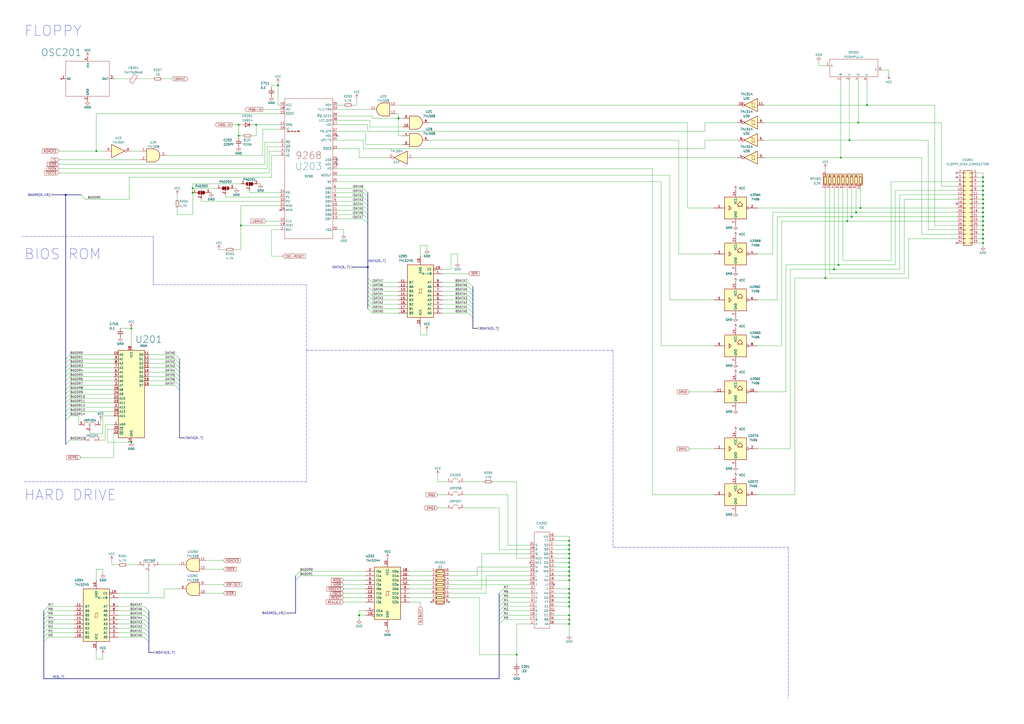
<source format=kicad_sch>
(kicad_sch (version 20231120) (generator "eeschema") (generator_version "8.0")
  (paper "A2")
  (title_block (title "Commodore PC10/CA") (rev "C") (comment 1 "312626") (comment 2 "FDD HDD BIOS"))
  (junction (at 231.14 68.58))
  (junction (at 330.2 313.69))
  (junction (at 330.2 323.85))
  (junction (at 486.41 153.67))
  (junction (at 492.76 81.28))
  (junction (at 570.23 107.95))
  (junction (at 330.2 316.23))
  (junction (at 208.28 356.87))
  (junction (at 299.72 379.73))
  (junction (at 502.92 60.96))
  (junction (at 494.03 125.73))
  (junction (at 570.23 110.49))
  (junction (at 55.88 87.63))
  (junction (at 570.23 135.89))
  (junction (at 330.2 359.41))
  (junction (at 330.2 344.17))
  (junction (at 148.59 72.39))
  (junction (at 499.11 120.65))
  (junction (at 138.43 72.39))
  (junction (at 330.2 326.39))
  (junction (at 330.2 349.25))
  (junction (at 570.23 123.19))
  (junction (at 496.57 123.19))
  (junction (at 570.23 120.65))
  (junction (at 570.23 102.87))
  (junction (at 111.76 109.22))
  (junction (at 570.23 138.43))
  (junction (at 330.2 318.77))
  (junction (at 330.2 321.31))
  (junction (at 570.23 130.81))
  (junction (at 213.36 154.94))
  (junction (at 330.2 351.79))
  (junction (at 570.23 115.57))
  (junction (at 330.2 334.01))
  (junction (at 330.2 336.55))
  (junction (at 161.29 49.53))
  (junction (at 330.2 331.47))
  (junction (at 111.76 111.76))
  (junction (at 570.23 140.97))
  (junction (at 570.23 133.35))
  (junction (at 497.84 71.12))
  (junction (at 330.2 346.71))
  (junction (at 570.23 105.41))
  (junction (at 76.2 256.54))
  (junction (at 330.2 361.95))
  (junction (at 330.2 341.63))
  (junction (at 330.2 356.87))
  (junction (at 491.49 128.27))
  (junction (at 139.7 130.81))
  (junction (at 570.23 113.03))
  (junction (at 478.79 161.29))
  (junction (at 487.68 91.44))
  (junction (at 483.87 156.21))
  (junction (at 570.23 118.11))
  (junction (at 330.2 328.93))
  (junction (at 38.1 113.03))
  (junction (at 570.23 125.73))
  (junction (at 138.43 78.74))
  (junction (at 570.23 128.27))
  (junction (at 76.2 190.5))
  (no_connect (at 195.58 78.74))
  (no_connect (at 554.99 140.97))
  (no_connect (at 321.31 339.09))
  (no_connect (at 260.35 349.25))
  (no_connect (at 162.56 121.92))
  (no_connect (at 554.99 102.87))
  (no_connect (at 195.58 95.25))
  (no_connect (at 195.58 92.71))
  (no_connect (at 250.19 349.25))
  (no_connect (at 554.99 118.11))
  (no_connect (at 554.99 100.33))
  (bus_entry (at 83.82 361.95) (size 2.54 2.54))
  (bus_entry (at 292.1 346.71) (size -2.54 2.54))
  (bus_entry (at 83.82 359.41) (size 2.54 2.54))
  (bus_entry (at 210.82 127) (size 2.54 2.54))
  (bus_entry (at 215.9 179.07) (size -2.54 -2.54))
  (bus_entry (at 271.78 163.83) (size 2.54 2.54))
  (bus_entry (at 215.9 163.83) (size -2.54 -2.54))
  (bus_entry (at 83.82 354.33) (size 2.54 2.54))
  (bus_entry (at 83.82 369.57) (size 2.54 2.54))
  (bus_entry (at 38.1 223.52) (size 2.54 -2.54))
  (bus_entry (at 27.94 364.49) (size -2.54 2.54))
  (bus_entry (at 38.1 226.06) (size 2.54 -2.54))
  (bus_entry (at 292.1 341.63) (size -2.54 2.54))
  (bus_entry (at 38.1 210.82) (size 2.54 -2.54))
  (bus_entry (at 101.6 210.82) (size 2.54 2.54))
  (bus_entry (at 173.99 331.47) (size -2.54 2.54))
  (bus_entry (at 38.1 243.84) (size 2.54 -2.54))
  (bus_entry (at 292.1 344.17) (size -2.54 2.54))
  (bus_entry (at 27.94 351.79) (size -2.54 2.54))
  (bus_entry (at 27.94 354.33) (size -2.54 2.54))
  (bus_entry (at 101.6 215.9) (size 2.54 2.54))
  (bus_entry (at 101.6 218.44) (size 2.54 2.54))
  (bus_entry (at 173.99 334.01) (size -2.54 2.54))
  (bus_entry (at 38.1 238.76) (size 2.54 -2.54))
  (bus_entry (at 101.6 208.28) (size 2.54 2.54))
  (bus_entry (at 210.82 109.22) (size 2.54 2.54))
  (bus_entry (at 83.82 364.49) (size 2.54 2.54))
  (bus_entry (at 215.9 181.61) (size -2.54 -2.54))
  (bus_entry (at 27.94 359.41) (size -2.54 2.54))
  (bus_entry (at 27.94 356.87) (size -2.54 2.54))
  (bus_entry (at 83.82 356.87) (size 2.54 2.54))
  (bus_entry (at 27.94 367.03) (size -2.54 2.54))
  (bus_entry (at 271.78 171.45) (size 2.54 2.54))
  (bus_entry (at 38.1 215.9) (size 2.54 -2.54))
  (bus_entry (at 27.94 369.57) (size -2.54 2.54))
  (bus_entry (at 292.1 349.25) (size -2.54 2.54))
  (bus_entry (at 46.99 113.03) (size 2.54 2.54))
  (bus_entry (at 292.1 351.79) (size -2.54 2.54))
  (bus_entry (at 38.1 231.14) (size 2.54 -2.54))
  (bus_entry (at 101.6 223.52) (size 2.54 2.54))
  (bus_entry (at 292.1 354.33) (size -2.54 2.54))
  (bus_entry (at 38.1 208.28) (size 2.54 -2.54))
  (bus_entry (at 210.82 119.38) (size 2.54 2.54))
  (bus_entry (at 210.82 124.46) (size 2.54 2.54))
  (bus_entry (at 38.1 218.44) (size 2.54 -2.54))
  (bus_entry (at 292.1 356.87) (size -2.54 2.54))
  (bus_entry (at 101.6 220.98) (size 2.54 2.54))
  (bus_entry (at 83.82 351.79) (size 2.54 2.54))
  (bus_entry (at 38.1 241.3) (size 2.54 -2.54))
  (bus_entry (at 210.82 114.3) (size 2.54 2.54))
  (bus_entry (at 215.9 176.53) (size -2.54 -2.54))
  (bus_entry (at 271.78 173.99) (size 2.54 2.54))
  (bus_entry (at 210.82 116.84) (size 2.54 2.54))
  (bus_entry (at 38.1 228.6) (size 2.54 -2.54))
  (bus_entry (at 210.82 111.76) (size 2.54 2.54))
  (bus_entry (at 215.9 171.45) (size -2.54 -2.54))
  (bus_entry (at 38.1 233.68) (size 2.54 -2.54))
  (bus_entry (at 292.1 359.41) (size -2.54 2.54))
  (bus_entry (at 38.1 213.36) (size 2.54 -2.54))
  (bus_entry (at 38.1 257.81) (size 2.54 -2.54))
  (bus_entry (at 27.94 361.95) (size -2.54 2.54))
  (bus_entry (at 271.78 179.07) (size 2.54 2.54))
  (bus_entry (at 271.78 176.53) (size 2.54 2.54))
  (bus_entry (at 271.78 181.61) (size 2.54 2.54))
  (bus_entry (at 38.1 236.22) (size 2.54 -2.54))
  (bus_entry (at 101.6 213.36) (size 2.54 2.54))
  (bus_entry (at 271.78 168.91) (size 2.54 2.54))
  (bus_entry (at 215.9 168.91) (size -2.54 -2.54))
  (bus_entry (at 101.6 205.74) (size 2.54 2.54))
  (bus_entry (at 83.82 367.03) (size 2.54 2.54))
  (bus_entry (at 210.82 121.92) (size 2.54 2.54))
  (bus_entry (at 215.9 173.99) (size -2.54 -2.54))
  (bus_entry (at 271.78 166.37) (size 2.54 2.54))
  (bus_entry (at 38.1 220.98) (size 2.54 -2.54))
  (bus_entry (at 215.9 166.37) (size -2.54 -2.54))
  (wire (pts (xy 519.43 110.49) (xy 554.99 110.49)))
  (bus (pts (xy 86.36 364.49) (xy 86.36 367.03)))
  (wire (pts (xy 278.13 346.71) (xy 278.13 379.73)))
  (wire (pts (xy 68.58 361.95) (xy 83.82 361.95)))
  (wire (pts (xy 58.42 243.84) (xy 58.42 246.38)))
  (wire (pts (xy 443.23 71.12) (xy 497.84 71.12)))
  (wire (pts (xy 231.14 179.07) (xy 215.9 179.07)))
  (wire (pts (xy 398.78 120.65) (xy 398.78 71.12)))
  (wire (pts (xy 516.89 151.13) (xy 516.89 105.41)))
  (wire (pts (xy 213.36 76.2) (xy 408.94 76.2)))
  (wire (pts (xy 330.2 359.41) (xy 330.2 361.95)))
  (wire (pts (xy 62.23 256.54) (xy 62.23 248.92)))
  (wire (pts (xy 492.76 81.28) (xy 538.48 81.28)))
  (wire (pts (xy 254 275.59) (xy 254 279.4)))
  (wire (pts (xy 76.2 87.63) (xy 81.28 87.63)))
  (wire (pts (xy 86.36 218.44) (xy 101.6 218.44)))
  (wire (pts (xy 254 287.02) (xy 259.08 287.02)))
  (bus (pts (xy 274.32 176.53) (xy 274.32 179.07)))
  (wire (pts (xy 139.7 119.38) (xy 139.7 130.81)))
  (wire (pts (xy 439.42 173.99) (xy 450.85 173.99)))
  (wire (pts (xy 542.29 60.96) (xy 542.29 130.81)))
  (wire (pts (xy 111.76 124.46) (xy 102.87 124.46)))
  (wire (pts (xy 330.2 311.15) (xy 330.2 313.69)))
  (wire (pts (xy 260.35 344.17) (xy 281.94 344.17)))
  (wire (pts (xy 40.64 231.14) (xy 66.04 231.14)))
  (wire (pts (xy 111.76 111.76) (xy 111.76 124.46)))
  (wire (pts (xy 256.54 179.07) (xy 271.78 179.07)))
  (wire (pts (xy 524.51 158.75) (xy 524.51 115.57)))
  (wire (pts (xy 195.58 116.84) (xy 210.82 116.84)))
  (wire (pts (xy 414.02 200.66) (xy 383.54 200.66)))
  (wire (pts (xy 330.2 351.79) (xy 330.2 356.87)))
  (wire (pts (xy 66.04 246.38) (xy 60.96 246.38)))
  (wire (pts (xy 162.56 82.55) (xy 153.67 82.55)))
  (bus (pts (xy 213.36 163.83) (xy 213.36 161.29)))
  (wire (pts (xy 567.69 133.35) (xy 570.23 133.35)))
  (wire (pts (xy 307.34 323.85) (xy 299.72 323.85)))
  (bus (pts (xy 38.1 231.14) (xy 38.1 233.68)))
  (wire (pts (xy 567.69 130.81) (xy 570.23 130.81)))
  (wire (pts (xy 40.64 233.68) (xy 66.04 233.68)))
  (wire (pts (xy 231.14 78.74) (xy 233.68 78.74)))
  (wire (pts (xy 481.33 109.22) (xy 481.33 158.75)))
  (wire (pts (xy 439.42 200.66) (xy 453.39 200.66)))
  (wire (pts (xy 307.34 349.25) (xy 292.1 349.25)))
  (wire (pts (xy 130.81 113.03) (xy 130.81 114.3)))
  (wire (pts (xy 567.69 102.87) (xy 570.23 102.87)))
  (wire (pts (xy 458.47 156.21) (xy 458.47 260.35)))
  (wire (pts (xy 461.01 161.29) (xy 478.79 161.29)))
  (bus (pts (xy 213.36 119.38) (xy 213.36 121.92)))
  (wire (pts (xy 68.58 364.49) (xy 83.82 364.49)))
  (wire (pts (xy 388.62 173.99) (xy 388.62 101.6)))
  (wire (pts (xy 516.89 105.41) (xy 554.99 105.41)))
  (wire (pts (xy 307.34 316.23) (xy 294.64 316.23)))
  (wire (pts (xy 483.87 156.21) (xy 521.97 156.21)))
  (wire (pts (xy 383.54 105.41) (xy 195.58 105.41)))
  (wire (pts (xy 321.31 351.79) (xy 330.2 351.79)))
  (wire (pts (xy 260.35 346.71) (xy 278.13 346.71)))
  (wire (pts (xy 570.23 113.03) (xy 570.23 110.49)))
  (wire (pts (xy 111.76 109.22) (xy 111.76 111.76)))
  (wire (pts (xy 276.86 328.93) (xy 276.86 334.01)))
  (wire (pts (xy 195.58 114.3) (xy 210.82 114.3)))
  (wire (pts (xy 213.36 72.39) (xy 213.36 76.2)))
  (wire (pts (xy 139.7 130.81) (xy 139.7 144.78)))
  (wire (pts (xy 285.75 279.4) (xy 299.72 279.4)))
  (wire (pts (xy 307.34 346.71) (xy 292.1 346.71)))
  (wire (pts (xy 231.14 173.99) (xy 215.9 173.99)))
  (wire (pts (xy 567.69 138.43) (xy 570.23 138.43)))
  (wire (pts (xy 195.58 121.92) (xy 210.82 121.92)))
  (wire (pts (xy 92.71 327.66) (xy 104.14 327.66)))
  (bus (pts (xy 104.14 226.06) (xy 104.14 254)))
  (bus (pts (xy 274.32 181.61) (xy 274.32 184.15)))
  (bus (pts (xy 104.14 215.9) (xy 104.14 218.44)))
  (polyline (pts (xy 12.7 137.16) (xy 88.9 137.16)) (stroke (width 0) (type dash)))
  (wire (pts (xy 162.56 133.35) (xy 157.48 133.35)))
  (wire (pts (xy 86.36 344.17) (xy 86.36 331.47)))
  (wire (pts (xy 570.23 113.03) (xy 570.23 115.57)))
  (wire (pts (xy 247.65 191.77) (xy 247.65 194.31)))
  (wire (pts (xy 488.95 151.13) (xy 516.89 151.13)))
  (wire (pts (xy 134.62 72.39) (xy 138.43 72.39)))
  (wire (pts (xy 570.23 125.73) (xy 570.23 123.19)))
  (wire (pts (xy 281.94 334.01) (xy 307.34 334.01)))
  (wire (pts (xy 567.69 115.57) (xy 570.23 115.57)))
  (bus (pts (xy 38.1 215.9) (xy 38.1 218.44)))
  (bus (pts (xy 289.56 349.25) (xy 289.56 351.79)))
  (wire (pts (xy 567.69 120.65) (xy 570.23 120.65)))
  (wire (pts (xy 502.92 46.99) (xy 502.92 60.96)))
  (bus (pts (xy 213.36 171.45) (xy 213.36 168.91)))
  (wire (pts (xy 256.54 168.91) (xy 271.78 168.91)))
  (wire (pts (xy 43.18 356.87) (xy 27.94 356.87)))
  (wire (pts (xy 383.54 200.66) (xy 383.54 105.41)))
  (wire (pts (xy 321.31 356.87) (xy 330.2 356.87)))
  (wire (pts (xy 40.64 236.22) (xy 66.04 236.22)))
  (wire (pts (xy 496.57 109.22) (xy 496.57 123.19)))
  (wire (pts (xy 68.58 367.03) (xy 83.82 367.03)))
  (wire (pts (xy 247.65 144.78) (xy 247.65 142.24)))
  (wire (pts (xy 393.7 81.28) (xy 393.7 147.32)))
  (wire (pts (xy 231.14 68.58) (xy 215.9 68.58)))
  (wire (pts (xy 450.85 173.99) (xy 450.85 125.73)))
  (polyline (pts (xy 457.2 317.5) (xy 457.2 405.13)) (stroke (width 0) (type dash)))
  (wire (pts (xy 68.58 344.17) (xy 86.36 344.17)))
  (bus (pts (xy 25.4 369.57) (xy 25.4 372.11)))
  (bus (pts (xy 213.36 173.99) (xy 213.36 171.45)))
  (wire (pts (xy 299.72 323.85) (xy 299.72 279.4)))
  (bus (pts (xy 213.36 129.54) (xy 213.36 154.94)))
  (bus (pts (xy 86.36 367.03) (xy 86.36 369.57)))
  (wire (pts (xy 154.94 85.09) (xy 162.56 85.09)))
  (wire (pts (xy 95.25 341.63) (xy 104.14 341.63)))
  (wire (pts (xy 86.36 208.28) (xy 101.6 208.28)))
  (wire (pts (xy 208.28 354.33) (xy 208.28 356.87)))
  (bus (pts (xy 38.1 113.03) (xy 38.1 208.28)))
  (wire (pts (xy 46.99 265.43) (xy 66.04 265.43)))
  (wire (pts (xy 81.28 45.72) (xy 88.9 45.72)))
  (wire (pts (xy 299.72 361.95) (xy 307.34 361.95)))
  (bus (pts (xy 25.4 372.11) (xy 25.4 393.7)))
  (wire (pts (xy 570.23 102.87) (xy 570.23 100.33)))
  (wire (pts (xy 511.81 40.64) (xy 515.62 40.64)))
  (wire (pts (xy 260.35 336.55) (xy 307.34 336.55)))
  (wire (pts (xy 55.88 66.04) (xy 55.88 87.63)))
  (wire (pts (xy 212.09 83.82) (xy 212.09 76.2)))
  (wire (pts (xy 567.69 113.03) (xy 570.23 113.03)))
  (wire (pts (xy 195.58 81.28) (xy 210.82 81.28)))
  (bus (pts (xy 86.36 354.33) (xy 86.36 356.87)))
  (wire (pts (xy 69.85 190.5) (xy 76.2 190.5)))
  (bus (pts (xy 25.4 354.33) (xy 25.4 356.87)))
  (wire (pts (xy 199.39 135.89) (xy 199.39 133.35)))
  (wire (pts (xy 161.29 49.53) (xy 157.48 49.53)))
  (wire (pts (xy 34.29 100.33) (xy 156.21 100.33)))
  (wire (pts (xy 76.2 256.54) (xy 62.23 256.54)))
  (wire (pts (xy 199.39 344.17) (xy 212.09 344.17)))
  (wire (pts (xy 157.48 90.17) (xy 157.48 102.87)))
  (wire (pts (xy 261.62 147.32) (xy 261.62 156.21)))
  (wire (pts (xy 567.69 128.27) (xy 570.23 128.27)))
  (wire (pts (xy 259.08 279.4) (xy 254 279.4)))
  (wire (pts (xy 162.56 90.17) (xy 157.48 90.17)))
  (wire (pts (xy 439.42 287.02) (xy 461.01 287.02)))
  (wire (pts (xy 231.14 171.45) (xy 215.9 171.45)))
  (wire (pts (xy 570.23 138.43) (xy 570.23 135.89)))
  (wire (pts (xy 207.01 57.15) (xy 207.01 60.96)))
  (wire (pts (xy 256.54 166.37) (xy 271.78 166.37)))
  (wire (pts (xy 43.18 351.79) (xy 27.94 351.79)))
  (bus (pts (xy 25.4 361.95) (xy 25.4 364.49)))
  (wire (pts (xy 68.58 354.33) (xy 83.82 354.33)))
  (wire (pts (xy 330.2 361.95) (xy 330.2 368.3)))
  (wire (pts (xy 237.49 336.55) (xy 250.19 336.55)))
  (wire (pts (xy 40.64 208.28) (xy 66.04 208.28)))
  (wire (pts (xy 453.39 128.27) (xy 491.49 128.27)))
  (wire (pts (xy 330.2 328.93) (xy 330.2 331.47)))
  (wire (pts (xy 195.58 119.38) (xy 210.82 119.38)))
  (wire (pts (xy 247.65 142.24) (xy 243.84 142.24)))
  (wire (pts (xy 135.89 109.22) (xy 137.16 109.22)))
  (wire (pts (xy 491.49 109.22) (xy 491.49 128.27)))
  (wire (pts (xy 119.38 344.17) (xy 129.54 344.17)))
  (wire (pts (xy 148.59 78.74) (xy 148.59 72.39)))
  (wire (pts (xy 388.62 101.6) (xy 195.58 101.6)))
  (wire (pts (xy 162.56 87.63) (xy 156.21 87.63)))
  (wire (pts (xy 488.95 109.22) (xy 488.95 151.13)))
  (wire (pts (xy 55.88 87.63) (xy 60.96 87.63)))
  (bus (pts (xy 30.48 113.03) (xy 38.1 113.03)))
  (bus (pts (xy 25.4 367.03) (xy 25.4 369.57)))
  (wire (pts (xy 40.64 215.9) (xy 66.04 215.9)))
  (wire (pts (xy 119.38 339.09) (xy 129.54 339.09)))
  (bus (pts (xy 38.1 226.06) (xy 38.1 228.6)))
  (wire (pts (xy 527.05 161.29) (xy 527.05 138.43)))
  (wire (pts (xy 458.47 260.35) (xy 439.42 260.35)))
  (wire (pts (xy 86.36 223.52) (xy 101.6 223.52)))
  (bus (pts (xy 213.36 179.07) (xy 213.36 176.53)))
  (polyline (pts (xy 88.9 165.1) (xy 177.8 165.1)) (stroke (width 0) (type dash)))
  (wire (pts (xy 173.99 334.01) (xy 212.09 334.01)))
  (wire (pts (xy 567.69 135.89) (xy 570.23 135.89)))
  (wire (pts (xy 570.23 133.35) (xy 570.23 130.81)))
  (polyline (pts (xy 13.97 279.4) (xy 177.8 279.4)) (stroke (width 0) (type dash)))
  (wire (pts (xy 86.36 215.9) (xy 101.6 215.9)))
  (wire (pts (xy 214.63 69.85) (xy 195.58 69.85)))
  (wire (pts (xy 299.72 379.73) (xy 299.72 384.81)))
  (wire (pts (xy 260.35 339.09) (xy 307.34 339.09)))
  (bus (pts (xy 274.32 190.5) (xy 276.86 190.5)))
  (wire (pts (xy 570.23 120.65) (xy 570.23 118.11)))
  (bus (pts (xy 104.14 210.82) (xy 104.14 213.36)))
  (wire (pts (xy 439.42 120.65) (xy 499.11 120.65)))
  (bus (pts (xy 104.14 254) (xy 106.68 254)))
  (wire (pts (xy 43.18 359.41) (xy 27.94 359.41)))
  (bus (pts (xy 86.36 356.87) (xy 86.36 359.41)))
  (wire (pts (xy 116.84 116.84) (xy 162.56 116.84)))
  (wire (pts (xy 231.14 66.04) (xy 231.14 68.58)))
  (bus (pts (xy 213.36 111.76) (xy 213.36 114.3)))
  (bus (pts (xy 274.32 166.37) (xy 274.32 168.91)))
  (bus (pts (xy 213.36 114.3) (xy 213.36 116.84)))
  (wire (pts (xy 321.31 316.23) (xy 330.2 316.23)))
  (wire (pts (xy 146.05 78.74) (xy 148.59 78.74)))
  (wire (pts (xy 299.72 379.73) (xy 299.72 361.95)))
  (wire (pts (xy 60.96 246.38) (xy 60.96 255.27)))
  (wire (pts (xy 195.58 127) (xy 210.82 127)))
  (wire (pts (xy 307.34 344.17) (xy 292.1 344.17)))
  (wire (pts (xy 321.31 344.17) (xy 330.2 344.17)))
  (wire (pts (xy 570.23 130.81) (xy 570.23 128.27)))
  (wire (pts (xy 40.64 205.74) (xy 66.04 205.74)))
  (wire (pts (xy 59.69 330.2) (xy 55.88 330.2)))
  (wire (pts (xy 199.39 341.63) (xy 212.09 341.63)))
  (wire (pts (xy 321.31 313.69) (xy 330.2 313.69)))
  (wire (pts (xy 199.39 336.55) (xy 212.09 336.55)))
  (wire (pts (xy 567.69 118.11) (xy 570.23 118.11)))
  (wire (pts (xy 237.49 339.09) (xy 250.19 339.09)))
  (wire (pts (xy 76.2 190.5) (xy 76.2 200.66)))
  (wire (pts (xy 478.79 161.29) (xy 527.05 161.29)))
  (wire (pts (xy 534.67 135.89) (xy 554.99 135.89)))
  (wire (pts (xy 231.14 163.83) (xy 215.9 163.83)))
  (wire (pts (xy 491.49 128.27) (xy 554.99 128.27)))
  (wire (pts (xy 478.79 109.22) (xy 478.79 161.29)))
  (bus (pts (xy 213.36 124.46) (xy 213.36 127)))
  (wire (pts (xy 111.76 109.22) (xy 125.73 109.22)))
  (wire (pts (xy 68.58 351.79) (xy 83.82 351.79)))
  (bus (pts (xy 213.36 127) (xy 213.36 129.54)))
  (wire (pts (xy 321.31 359.41) (xy 330.2 359.41)))
  (wire (pts (xy 34.29 97.79) (xy 154.94 97.79)))
  (wire (pts (xy 567.69 140.97) (xy 570.23 140.97)))
  (wire (pts (xy 455.93 153.67) (xy 455.93 227.33)))
  (wire (pts (xy 307.34 354.33) (xy 292.1 354.33)))
  (wire (pts (xy 502.92 60.96) (xy 542.29 60.96)))
  (wire (pts (xy 127 144.78) (xy 130.81 144.78)))
  (wire (pts (xy 570.23 102.87) (xy 570.23 105.41)))
  (wire (pts (xy 86.36 210.82) (xy 101.6 210.82)))
  (wire (pts (xy 214.63 73.66) (xy 214.63 69.85)))
  (wire (pts (xy 279.4 321.31) (xy 307.34 321.31)))
  (wire (pts (xy 321.31 326.39) (xy 330.2 326.39)))
  (wire (pts (xy 534.67 91.44) (xy 534.67 135.89)))
  (wire (pts (xy 256.54 171.45) (xy 271.78 171.45)))
  (wire (pts (xy 414.02 287.02) (xy 378.46 287.02)))
  (wire (pts (xy 212.09 76.2) (xy 195.58 76.2)))
  (wire (pts (xy 140.97 78.74) (xy 138.43 78.74)))
  (wire (pts (xy 40.64 220.98) (xy 66.04 220.98)))
  (wire (pts (xy 102.87 113.03) (xy 102.87 115.57)))
  (wire (pts (xy 135.89 144.78) (xy 139.7 144.78)))
  (wire (pts (xy 408.94 86.36) (xy 408.94 81.28)))
  (wire (pts (xy 204.47 60.96) (xy 207.01 60.96)))
  (wire (pts (xy 233.68 73.66) (xy 214.63 73.66)))
  (wire (pts (xy 62.23 248.92) (xy 66.04 248.92)))
  (wire (pts (xy 330.2 331.47) (xy 330.2 334.01)))
  (wire (pts (xy 496.57 123.19) (xy 554.99 123.19)))
  (wire (pts (xy 455.93 153.67) (xy 486.41 153.67)))
  (wire (pts (xy 233.68 68.58) (xy 231.14 68.58)))
  (bus (pts (xy 38.1 233.68) (xy 38.1 236.22)))
  (wire (pts (xy 330.2 344.17) (xy 330.2 346.71)))
  (wire (pts (xy 448.31 147.32) (xy 448.31 123.19)))
  (bus (pts (xy 274.32 168.91) (xy 274.32 171.45)))
  (wire (pts (xy 256.54 163.83) (xy 271.78 163.83)))
  (wire (pts (xy 52.07 251.46) (xy 59.69 251.46)))
  (wire (pts (xy 307.34 328.93) (xy 276.86 328.93)))
  (wire (pts (xy 567.69 125.73) (xy 570.23 125.73)))
  (bus (pts (xy 289.56 344.17) (xy 289.56 346.71)))
  (wire (pts (xy 157.48 102.87) (xy 74.93 102.87)))
  (wire (pts (xy 139.7 130.81) (xy 162.56 130.81)))
  (wire (pts (xy 570.23 107.95) (xy 570.23 105.41)))
  (wire (pts (xy 330.2 323.85) (xy 330.2 326.39)))
  (wire (pts (xy 68.58 359.41) (xy 83.82 359.41)))
  (bus (pts (xy 38.1 223.52) (xy 38.1 226.06)))
  (bus (pts (xy 213.36 168.91) (xy 213.36 166.37)))
  (wire (pts (xy 233.68 83.82) (xy 212.09 83.82)))
  (bus (pts (xy 289.56 354.33) (xy 289.56 356.87)))
  (bus (pts (xy 171.45 334.01) (xy 171.45 336.55)))
  (wire (pts (xy 567.69 123.19) (xy 570.23 123.19)))
  (wire (pts (xy 321.31 361.95) (xy 330.2 361.95)))
  (wire (pts (xy 231.14 168.91) (xy 215.9 168.91)))
  (wire (pts (xy 208.28 356.87) (xy 212.09 356.87)))
  (bus (pts (xy 289.56 346.71) (xy 289.56 349.25)))
  (wire (pts (xy 494.03 109.22) (xy 494.03 125.73)))
  (wire (pts (xy 116.84 116.84) (xy 116.84 115.57)))
  (bus (pts (xy 274.32 171.45) (xy 274.32 173.99)))
  (wire (pts (xy 154.305 128.27) (xy 162.56 128.27)))
  (bus (pts (xy 171.45 336.55) (xy 171.45 355.6)))
  (wire (pts (xy 210.82 86.36) (xy 408.94 86.36)))
  (wire (pts (xy 161.29 49.53) (xy 161.29 60.96)))
  (wire (pts (xy 321.31 323.85) (xy 330.2 323.85)))
  (polyline (pts (xy 355.6 317.5) (xy 457.2 317.5)) (stroke (width 0) (type dash)))
  (wire (pts (xy 157.48 148.59) (xy 163.83 148.59)))
  (wire (pts (xy 119.38 330.2) (xy 129.54 330.2)))
  (wire (pts (xy 195.58 72.39) (xy 213.36 72.39)))
  (wire (pts (xy 138.43 72.39) (xy 139.7 72.39)))
  (wire (pts (xy 567.69 105.41) (xy 570.23 105.41)))
  (wire (pts (xy 271.78 158.75) (xy 256.54 158.75)))
  (wire (pts (xy 243.84 142.24) (xy 243.84 148.59)))
  (bus (pts (xy 38.1 228.6) (xy 38.1 231.14)))
  (polyline (pts (xy 177.8 203.2) (xy 355.6 203.2)) (stroke (width 0) (type dash)))
  (wire (pts (xy 321.31 328.93) (xy 330.2 328.93)))
  (wire (pts (xy 208.28 91.44) (xy 208.28 86.36)))
  (wire (pts (xy 330.2 356.87) (xy 330.2 359.41)))
  (bus (pts (xy 86.36 372.11) (xy 86.36 378.46)))
  (wire (pts (xy 59.69 379.73) (xy 59.69 382.27)))
  (bus (pts (xy 25.4 393.7) (xy 289.56 393.7)))
  (wire (pts (xy 408.94 76.2) (xy 408.94 71.12)))
  (wire (pts (xy 243.84 194.31) (xy 247.65 194.31)))
  (bus (pts (xy 213.36 166.37) (xy 213.36 163.83)))
  (wire (pts (xy 461.01 287.02) (xy 461.01 161.29)))
  (wire (pts (xy 40.64 241.3) (xy 45.72 241.3)))
  (bus (pts (xy 38.1 220.98) (xy 38.1 223.52)))
  (wire (pts (xy 148.59 72.39) (xy 162.56 72.39)))
  (wire (pts (xy 138.43 78.74) (xy 138.43 80.01)))
  (bus (pts (xy 86.36 361.95) (xy 86.36 364.49)))
  (wire (pts (xy 40.64 210.82) (xy 66.04 210.82)))
  (bus (pts (xy 104.14 208.28) (xy 104.14 210.82)))
  (wire (pts (xy 231.14 68.58) (xy 231.14 78.74)))
  (wire (pts (xy 40.64 238.76) (xy 66.04 238.76)))
  (wire (pts (xy 330.2 321.31) (xy 330.2 323.85)))
  (wire (pts (xy 237.49 349.25) (xy 243.84 349.25)))
  (wire (pts (xy 34.29 92.71) (xy 81.28 92.71)))
  (wire (pts (xy 153.67 82.55) (xy 153.67 95.25)))
  (wire (pts (xy 229.87 66.04) (xy 231.14 66.04)))
  (wire (pts (xy 96.52 90.17) (xy 152.4 90.17)))
  (bus (pts (xy 25.4 356.87) (xy 25.4 359.41)))
  (wire (pts (xy 195.58 111.76) (xy 210.82 111.76)))
  (wire (pts (xy 68.58 346.71) (xy 95.25 346.71)))
  (wire (pts (xy 195.58 133.35) (xy 199.39 133.35)))
  (wire (pts (xy 215.9 68.58) (xy 215.9 67.31)))
  (wire (pts (xy 542.29 130.81) (xy 554.99 130.81)))
  (wire (pts (xy 278.13 379.73) (xy 299.72 379.73)))
  (wire (pts (xy 330.2 341.63) (xy 330.2 344.17)))
  (wire (pts (xy 521.97 113.03) (xy 554.99 113.03)))
  (wire (pts (xy 229.87 60.96) (xy 427.99 60.96)))
  (wire (pts (xy 68.58 356.87) (xy 83.82 356.87)))
  (wire (pts (xy 93.98 45.72) (xy 100.33 45.72)))
  (wire (pts (xy 570.23 142.875) (xy 570.23 140.97)))
  (wire (pts (xy 330.2 346.71) (xy 330.2 349.25)))
  (bus (pts (xy 86.36 359.41) (xy 86.36 361.95)))
  (wire (pts (xy 570.23 135.89) (xy 570.23 133.35)))
  (wire (pts (xy 330.2 318.77) (xy 330.2 321.31)))
  (wire (pts (xy 55.88 382.27) (xy 59.69 382.27)))
  (wire (pts (xy 483.87 109.22) (xy 483.87 156.21)))
  (wire (pts (xy 162.56 119.38) (xy 139.7 119.38)))
  (wire (pts (xy 499.11 109.22) (xy 499.11 120.65)))
  (wire (pts (xy 49.53 115.57) (xy 74.93 115.57)))
  (wire (pts (xy 208.28 356.87) (xy 208.28 359.41)))
  (bus (pts (xy 38.1 213.36) (xy 38.1 215.9)))
  (wire (pts (xy 157.48 49.53) (xy 157.48 50.8)))
  (wire (pts (xy 321.31 334.01) (xy 330.2 334.01)))
  (wire (pts (xy 248.92 81.28) (xy 393.7 81.28)))
  (wire (pts (xy 195.58 109.22) (xy 210.82 109.22)))
  (wire (pts (xy 321.31 311.15) (xy 330.2 311.15)))
  (polyline (pts (xy 177.8 203.2) (xy 177.8 279.4)) (stroke (width 0) (type dash)))
  (wire (pts (xy 307.34 359.41) (xy 292.1 359.41)))
  (wire (pts (xy 269.24 294.64) (xy 289.56 294.64)))
  (wire (pts (xy 149.86 106.68) (xy 151.13 106.68)))
  (wire (pts (xy 212.09 354.33) (xy 208.28 354.33)))
  (wire (pts (xy 156.21 87.63) (xy 156.21 100.33)))
  (wire (pts (xy 487.68 46.99) (xy 487.68 91.44)))
  (wire (pts (xy 40.64 226.06) (xy 66.04 226.06)))
  (wire (pts (xy 281.94 344.17) (xy 281.94 334.01)))
  (wire (pts (xy 330.2 316.23) (xy 330.2 318.77)))
  (bus (pts (xy 38.1 113.03) (xy 46.99 113.03)))
  (wire (pts (xy 237.49 334.01) (xy 250.19 334.01)))
  (bus (pts (xy 213.36 121.92) (xy 213.36 124.46)))
  (wire (pts (xy 307.34 356.87) (xy 292.1 356.87)))
  (wire (pts (xy 243.84 349.25) (xy 243.84 351.79)))
  (wire (pts (xy 59.69 241.3) (xy 66.04 241.3)))
  (wire (pts (xy 570.23 138.43) (xy 570.23 140.97)))
  (wire (pts (xy 408.94 81.28) (xy 427.99 81.28)))
  (wire (pts (xy 453.39 200.66) (xy 453.39 128.27)))
  (wire (pts (xy 567.69 107.95) (xy 570.23 107.95)))
  (polyline (pts (xy 88.9 137.16) (xy 88.9 165.1)))
  (wire (pts (xy 64.77 325.12) (xy 64.77 327.66)))
  (wire (pts (xy 139.7 106.68) (xy 111.76 106.68)))
  (wire (pts (xy 256.54 181.61) (xy 271.78 181.61)))
  (wire (pts (xy 519.43 153.67) (xy 519.43 110.49)))
  (wire (pts (xy 269.24 287.02) (xy 294.64 287.02)))
  (wire (pts (xy 237.49 331.47) (xy 250.19 331.47)))
  (bus (pts (xy 213.36 176.53) (xy 213.36 173.99)))
  (bus (pts (xy 289.56 393.7) (xy 289.56 361.95)))
  (wire (pts (xy 254 294.64) (xy 259.08 294.64)))
  (wire (pts (xy 195.58 63.5) (xy 214.63 63.5)))
  (bus (pts (xy 289.56 359.41) (xy 289.56 361.95)))
  (wire (pts (xy 260.35 331.47) (xy 307.34 331.47)))
  (wire (pts (xy 481.33 158.75) (xy 524.51 158.75)))
  (wire (pts (xy 121.92 111.76) (xy 122.555 111.76)))
  (wire (pts (xy 231.14 181.61) (xy 215.9 181.61)))
  (wire (pts (xy 330.2 326.39) (xy 330.2 328.93)))
  (wire (pts (xy 162.56 66.04) (xy 55.88 66.04)))
  (bus (pts (xy 86.36 378.46) (xy 88.9 378.46)))
  (wire (pts (xy 43.18 364.49) (xy 27.94 364.49)))
  (wire (pts (xy 486.41 153.67) (xy 519.43 153.67)))
  (wire (pts (xy 73.66 327.66) (xy 80.01 327.66)))
  (wire (pts (xy 256.54 173.99) (xy 271.78 173.99)))
  (wire (pts (xy 60.96 255.27) (xy 58.42 255.27)))
  (wire (pts (xy 570.23 128.27) (xy 570.23 125.73)))
  (wire (pts (xy 497.84 71.12) (xy 546.1 71.12)))
  (bus (pts (xy 25.4 364.49) (xy 25.4 367.03)))
  (wire (pts (xy 439.42 147.32) (xy 448.31 147.32)))
  (wire (pts (xy 499.11 120.65) (xy 554.99 120.65)))
  (wire (pts (xy 330.2 336.55) (xy 330.2 341.63)))
  (wire (pts (xy 86.36 205.74) (xy 101.6 205.74)))
  (wire (pts (xy 208.28 86.36) (xy 195.58 86.36)))
  (bus (pts (xy 38.1 208.28) (xy 38.1 210.82)))
  (wire (pts (xy 40.64 213.36) (xy 66.04 213.36)))
  (wire (pts (xy 195.58 124.46) (xy 210.82 124.46)))
  (wire (pts (xy 527.05 138.43) (xy 554.99 138.43)))
  (wire (pts (xy 199.39 349.25) (xy 212.09 349.25)))
  (wire (pts (xy 68.58 369.57) (xy 83.82 369.57)))
  (wire (pts (xy 152.4 74.93) (xy 162.56 74.93)))
  (wire (pts (xy 486.41 109.22) (xy 486.41 153.67)))
  (wire (pts (xy 414.02 120.65) (xy 398.78 120.65)))
  (polyline (pts (xy 355.6 203.2) (xy 355.6 317.5)) (stroke (width 0) (type dash)))
  (wire (pts (xy 40.64 223.52) (xy 66.04 223.52)))
  (bus (pts (xy 204.47 154.94) (xy 213.36 154.94)))
  (wire (pts (xy 261.62 147.32) (xy 265.43 147.32)))
  (wire (pts (xy 40.64 228.6) (xy 66.04 228.6)))
  (wire (pts (xy 455.93 227.33) (xy 439.42 227.33)))
  (wire (pts (xy 478.79 38.1) (xy 474.98 38.1)))
  (bus (pts (xy 25.4 359.41) (xy 25.4 361.95)))
  (wire (pts (xy 443.23 91.44) (xy 487.68 91.44)))
  (wire (pts (xy 231.14 176.53) (xy 215.9 176.53)))
  (wire (pts (xy 59.69 241.3) (xy 59.69 251.46)))
  (wire (pts (xy 378.46 287.02) (xy 378.46 97.79)))
  (wire (pts (xy 307.34 351.79) (xy 292.1 351.79)))
  (wire (pts (xy 34.29 87.63) (xy 55.88 87.63)))
  (wire (pts (xy 321.31 341.63) (xy 330.2 341.63)))
  (wire (pts (xy 210.82 81.28) (xy 210.82 86.36)))
  (wire (pts (xy 521.97 156.21) (xy 521.97 113.03)))
  (wire (pts (xy 59.69 332.74) (xy 59.69 330.2)))
  (bus (pts (xy 104.14 218.44) (xy 104.14 220.98)))
  (wire (pts (xy 450.85 125.73) (xy 494.03 125.73)))
  (wire (pts (xy 256.54 176.53) (xy 271.78 176.53)))
  (wire (pts (xy 321.31 336.55) (xy 330.2 336.55)))
  (bus (pts (xy 274.32 179.07) (xy 274.32 181.61)))
  (bus (pts (xy 38.1 236.22) (xy 38.1 238.76)))
  (wire (pts (xy 515.62 43.18) (xy 515.62 40.64)))
  (wire (pts (xy 243.84 189.23) (xy 243.84 194.31)))
  (bus (pts (xy 38.1 241.3) (xy 38.1 243.84)))
  (wire (pts (xy 55.88 377.19) (xy 55.88 382.27)))
  (wire (pts (xy 567.69 100.33) (xy 570.23 100.33)))
  (wire (pts (xy 474.98 35.56) (xy 474.98 38.1)))
  (wire (pts (xy 144.78 111.76) (xy 144.78 110.49)))
  (wire (pts (xy 111.76 106.68) (xy 111.76 109.22)))
  (wire (pts (xy 45.72 241.3) (xy 45.72 246.38)))
  (wire (pts (xy 400.05 260.35) (xy 414.02 260.35)))
  (wire (pts (xy 237.49 344.17) (xy 250.19 344.17)))
  (wire (pts (xy 448.31 123.19) (xy 496.57 123.19)))
  (wire (pts (xy 43.18 367.03) (xy 27.94 367.03)))
  (wire (pts (xy 119.38 325.12) (xy 129.54 325.12)))
  (wire (pts (xy 570.23 107.95) (xy 570.23 110.49)))
  (wire (pts (xy 330.2 349.25) (xy 330.2 351.79)))
  (wire (pts (xy 307.34 318.77) (xy 289.56 318.77)))
  (bus (pts (xy 213.36 116.84) (xy 213.36 119.38)))
  (bus (pts (xy 38.1 210.82) (xy 38.1 213.36)))
  (wire (pts (xy 55.88 330.2) (xy 55.88 336.55)))
  (wire (pts (xy 492.76 46.99) (xy 492.76 81.28)))
  (wire (pts (xy 199.39 339.09) (xy 212.09 339.09)))
  (wire (pts (xy 265.43 147.32) (xy 265.43 152.4)))
  (wire (pts (xy 152.4 90.17) (xy 152.4 74.93)))
  (wire (pts (xy 400.05 227.33) (xy 414.02 227.33)))
  (wire (pts (xy 74.93 102.87) (xy 74.93 115.57)))
  (wire (pts (xy 130.81 114.3) (xy 162.56 114.3)))
  (wire (pts (xy 144.78 111.76) (xy 162.56 111.76)))
  (wire (pts (xy 161.29 48.26) (xy 161.29 49.53)))
  (wire (pts (xy 147.32 72.39) (xy 148.59 72.39)))
  (wire (pts (xy 276.86 334.01) (xy 260.35 334.01)))
  (wire (pts (xy 554.99 107.95) (xy 546.1 107.95)))
  (wire (pts (xy 307.34 341.63) (xy 292.1 341.63)))
  (wire (pts (xy 43.18 361.95) (xy 27.94 361.95)))
  (wire (pts (xy 52.07 251.46) (xy 52.07 250.19)))
  (wire (pts (xy 330.2 313.69) (xy 330.2 316.23)))
  (wire (pts (xy 478.79 97.79) (xy 478.79 99.06)))
  (wire (pts (xy 279.4 341.63) (xy 279.4 321.31)))
  (bus (pts (xy 38.1 238.76) (xy 38.1 241.3)))
  (wire (pts (xy 321.31 318.77) (xy 330.2 318.77)))
  (wire (pts (xy 289.56 318.77) (xy 289.56 294.64)))
  (wire (pts (xy 102.87 120.65) (xy 102.87 124.46)))
  (wire (pts (xy 567.69 110.49) (xy 570.23 110.49)))
  (wire (pts (xy 524.51 115.57) (xy 554.99 115.57)))
  (wire (pts (xy 393.7 147.32) (xy 414.02 147.32)))
  (wire (pts (xy 546.1 107.95) (xy 546.1 71.12)))
  (wire (pts (xy 34.29 95.25) (xy 153.67 95.25)))
  (bus (pts (xy 86.36 369.57) (xy 86.36 372.11)))
  (wire (pts (xy 86.36 220.98) (xy 101.6 220.98)))
  (wire (pts (xy 43.18 369.57) (xy 27.94 369.57)))
  (wire (pts (xy 378.46 97.79) (xy 195.58 97.79)))
  (wire (pts (xy 195.58 67.31) (xy 215.9 67.31)))
  (wire (pts (xy 321.31 321.31) (xy 330.2 321.31)))
  (wire (pts (xy 443.23 81.28) (xy 492.76 81.28)))
  (wire (pts (xy 497.84 46.99) (xy 497.84 71.12)))
  (wire (pts (xy 321.31 346.71) (xy 330.2 346.71)))
  (wire (pts (xy 538.48 133.35) (xy 554.99 133.35)))
  (wire (pts (xy 95.25 346.71) (xy 95.25 341.63)))
  (bus (pts (xy 104.14 220.98) (xy 104.14 223.52)))
  (wire (pts (xy 154.94 97.79) (xy 154.94 85.09)))
  (wire (pts (xy 138.43 78.74) (xy 138.43 72.39)))
  (wire (pts (xy 86.36 213.36) (xy 101.6 213.36)))
  (wire (pts (xy 538.48 81.28) (xy 538.48 133.35)))
  (wire (pts (xy 570.23 123.19) (xy 570.23 120.65)))
  (bus (pts (xy 289.56 356.87) (xy 289.56 359.41)))
  (wire (pts (xy 240.03 91.44) (xy 427.99 91.44)))
  (wire (pts (xy 173.99 331.47) (xy 212.09 331.47)))
  (wire (pts (xy 260.35 341.63) (xy 279.4 341.63)))
  (wire (pts (xy 152.4 63.5) (xy 162.56 63.5)))
  (wire (pts (xy 414.02 173.99) (xy 388.62 173.99)))
  (wire (pts (xy 224.79 91.44) (xy 208.28 91.44)))
  (wire (pts (xy 261.62 156.21) (xy 256.54 156.21)))
  (wire (pts (xy 494.03 125.73) (xy 554.99 125.73)))
  (wire (pts (xy 248.92 71.12) (xy 398.78 71.12)))
  (wire (pts (xy 330.2 334.01) (xy 330.2 336.55)))
  (wire (pts (xy 237.49 341.63) (xy 250.19 341.63)))
  (wire (pts (xy 321.31 331.47) (xy 330.2 331.47)))
  (wire (pts (xy 66.04 251.46) (xy 66.04 265.43)))
  (bus (pts (xy 104.14 223.52) (xy 104.14 226.06)))
  (wire (pts (xy 157.48 133.35) (xy 157.48 148.59)))
  (wire (pts (xy 321.31 349.25) (xy 330.2 349.25)))
  (wire (pts (xy 66.04 45.72) (xy 73.66 45.72)))
  (wire (pts (xy 195.58 60.96) (xy 199.39 60.96)))
  (wire (pts (xy 43.18 354.33) (xy 27.94 354.33)))
  (wire (pts (xy 237.49 346.71) (xy 250.19 346.71)))
  (bus (pts (xy 38.1 243.84) (xy 38.1 257.81)))
  (bus (pts (xy 274.32 184.15) (xy 274.32 190.5)))
  (wire (pts (xy 294.64 316.23) (xy 294.64 287.02)))
  (wire (pts (xy 161.29 60.96) (xy 162.56 60.96)))
  (wire (pts (xy 40.64 255.27) (xy 48.26 255.27)))
  (bus (pts (xy 104.14 213.36) (xy 104.14 215.9)))
  (bus (pts (xy 289.56 351.79) (xy 289.56 354.33)))
  (wire (pts (xy 458.47 156.21) (xy 483.87 156.21)))
  (bus (pts (xy 166.37 355.6) (xy 171.45 355.6)))
  (bus (pts (xy 38.1 218.44) (xy 38.1 220.98)))
  (wire (pts (xy 40.64 218.44) (xy 66.04 218.44)))
  (wire (pts (xy 408.94 71.12) (xy 427.99 71.12)))
  (wire (pts (xy 487.68 91.44) (xy 534.67 91.44)))
  (polyline (pts (xy 177.8 165.1) (xy 177.8 203.2)) (stroke (width 0) (type dash)))
  (wire (pts (xy 570.23 118.11) (xy 570.23 115.57)))
  (bus (pts (xy 213.36 154.94) (xy 213.36 161.29)))
  (wire (pts (xy 269.24 279.4) (xy 280.67 279.4)))
  (wire (pts (xy 199.39 346.71) (xy 212.09 346.71)))
  (bus (pts (xy 274.32 173.99) (xy 274.32 176.53)))
  (wire (pts (xy 68.58 327.66) (xy 64.77 327.66)))
  (wire (pts (xy 231.14 166.37) (xy 215.9 166.37)))
  (wire (pts (xy 443.23 60.96) (xy 502.92 60.96)))
  (text "BIOS ROM" (at 13.97 151.13 0) (effects (font (size 6 6)) (justify left bottom)))
  (text "HARD DRIVE" (at 13.97 290.83 0) (effects (font (size 6 6)) (justify left bottom)))
  (text "FLOPPY" (at 13.97 21.59 0) (effects (font (size 6 6)) (justify left bottom)))
  (label "M7" (at 27.94 351.79 0))
  (label "M[0..7]" (at 30.48 393.7 0))
  (label "BDATA5" (at 271.145 168.91 180))
  (label "M5" (at 292.1 346.71 0))
  (label "M2" (at 27.94 364.49 0))
  (label "IDATA2" (at 210.82 114.3 180))
  (label "BADDR13" (at 40.64 238.76 0))
  (label "M6" (at 27.94 354.33 0))
  (label "M2" (at 292.1 354.33 0))
  (label "BADDR15" (at 40.64 255.27 0))
  (label "BDATA0" (at 271.145 181.61 180))
  (label "M5" (at 27.94 356.87 0))
  (label "BDATA5" (at 82.55 356.87 180))
  (label "IDATA0" (at 215.9 181.61 0))
  (label "M3" (at 27.94 361.95 0))
  (label "IDATA5" (at 210.82 121.92 180))
  (label "BDATA7" (at 82.55 351.79 180))
  (label "BADDR12" (at 40.64 236.22 0))
  (label "M6" (at 292.1 344.17 0))
  (label "DATA2" (at 101.6 210.82 180))
  (label "BDATA1" (at 271.145 179.07 180))
  (label "M1" (at 27.94 367.03 0))
  (label "BDATA2" (at 271.145 176.53 180))
  (label "BADDR14" (at 40.64 241.3 0))
  (label "BDATA2" (at 82.55 364.49 180))
  (label "IDATA[0..7]" (at 213.36 152.4 0))
  (label "BDATA4" (at 271.145 171.45 180))
  (label "IDATA1" (at 215.9 179.07 0))
  (label "BDATA4" (at 82.55 359.41 180))
  (label "BDATA7" (at 271.145 163.83 180))
  (label "BADDR0" (at 40.64 205.74 0))
  (label "M1" (at 292.1 356.87 0))
  (label "IDATA1" (at 210.82 111.76 180))
  (label "M0" (at 27.94 369.57 0))
  (label "IDATA7" (at 210.82 127 180))
  (label "BADDR1" (at 40.64 208.28 0))
  (label "BADDR1" (at 173.99 334.01 0))
  (label "BADDR9" (at 40.64 228.6 0))
  (label "DATA3" (at 101.6 213.36 180))
  (label "BADDR11" (at 40.64 233.68 0))
  (label "BDATA6" (at 271.145 166.37 180))
  (label "IDATA5" (at 215.9 168.91 0))
  (label "BADDR10" (at 40.64 231.14 0))
  (label "M4" (at 292.1 349.25 0))
  (label "IDATA0" (at 210.82 109.22 180))
  (label "IDATA3" (at 210.82 116.84 180))
  (label "M4" (at 27.94 359.41 0))
  (label "IDATA7" (at 215.9 163.83 0))
  (label "BADDR2" (at 40.64 210.82 0))
  (label "BADDR3" (at 40.64 213.36 0))
  (label "IDATA6" (at 215.9 166.37 0))
  (label "BDATA3" (at 271.145 173.99 180))
  (label "BADDR4" (at 40.64 215.9 0))
  (label "DATA1" (at 101.6 208.28 180))
  (label "M0" (at 292.1 359.41 0))
  (label "BDATA1" (at 82.55 367.03 180))
  (label "DATA4" (at 101.6 215.9 180))
  (label "BDATA0" (at 82.55 369.57 180))
  (label "DATA7" (at 101.6 223.52 180))
  (label "BADDR5" (at 40.64 218.44 0))
  (label "M7" (at 292.1 341.63 0))
  (label "DATA6" (at 101.6 220.98 180))
  (label "BADDR7" (at 40.64 223.52 0))
  (label "M3" (at 292.1 351.79 0))
  (label "BADDR8" (at 40.64 226.06 0))
  (label "DATA0" (at 101.6 205.74 180))
  (label "DATA5" (at 101.6 218.44 180))
  (label "BADDR6" (at 40.64 220.98 0))
  (label "IDATA2" (at 215.9 176.53 0))
  (label "BDATA6" (at 82.55 354.33 180))
  (label "IDATA4" (at 210.82 119.38 180))
  (label "BDATA3" (at 82.55 361.95 180))
  (label "BADDR0" (at 173.99 331.47 0))
  (label "IDATA3" (at 215.9 173.99 0))
  (label "BADDR0" (at 50.8 115.57 0))
  (label "IDATA4" (at 215.9 171.45 0))
  (label "IDATA6" (at 210.82 124.46 180))
  (global_label "~{HDCS}" (shape input) (at 199.39 344.17 180) (property "Intersheetrefs" "${INTERSHEET_REFS}" (effects (hide yes))))
  (global_label "FDC-RESET" (shape input) (at 163.83 148.59 0) (property "Intersheetrefs" "${INTERSHEET_REFS}" (effects (hide yes))))
  (global_label "DRQ3" (shape input) (at 254 294.64 180) (property "Intersheetrefs" "${INTERSHEET_REFS}" (effects (hide yes))))
  (global_label "16MHZ" (shape input) (at 154.305 128.27 180) (property "Intersheetrefs" "${INTERSHEET_REFS}" (effects (hide yes))))
  (global_label "~{NDACK3}" (shape input) (at 129.54 325.12 0) (property "Intersheetrefs" "${INTERSHEET_REFS}" (effects (hide yes))))
  (global_label "~{FDCCS}" (shape input) (at 34.29 100.33 180) (property "Intersheetrefs" "${INTERSHEET_REFS}" (effects (hide yes))))
  (global_label "ALEBUFF" (shape input) (at 243.84 351.79 270) (property "Intersheetrefs" "${INTERSHEET_REFS}" (effects (hide yes))))
  (global_label "~{NIOW}" (shape input) (at 199.39 336.55 180) (property "Intersheetrefs" "${INTERSHEET_REFS}" (effects (hide yes))))
  (global_label "~{NIOR}" (shape input) (at 199.39 339.09 180) (property "Intersheetrefs" "${INTERSHEET_REFS}" (effects (hide yes))))
  (global_label "~{RESET}" (shape input) (at 199.39 346.71 180) (property "Intersheetrefs" "${INTERSHEET_REFS}" (effects (hide yes))))
  (global_label "IRQ6-IN" (shape output) (at 152.4 63.5 180) (property "Intersheetrefs" "${INTERSHEET_REFS}" (effects (hide yes))))
  (global_label "~{NDACK3}" (shape input) (at 199.39 341.63 180) (property "Intersheetrefs" "${INTERSHEET_REFS}" (effects (hide yes))))
  (global_label "~{HDCS}" (shape input) (at 129.54 330.2 0) (property "Intersheetrefs" "${INTERSHEET_REFS}" (effects (hide yes))))
  (global_label "IRQ5" (shape input) (at 254 287.02 180) (property "Intersheetrefs" "${INTERSHEET_REFS}" (effects (hide yes))))
  (global_label "~{IDIR}" (shape input) (at 271.78 158.75 0) (property "Intersheetrefs" "${INTERSHEET_REFS}" (effects (hide yes))))
  (global_label "DRV1" (shape input) (at 400.05 260.35 180) (property "Intersheetrefs" "${INTERSHEET_REFS}" (effects (hide yes))))
  (global_label "TC" (shape input) (at 34.29 92.71 180) (property "Intersheetrefs" "${INTERSHEET_REFS}" (effects (hide yes))))
  (global_label "~{IOR-DLY}" (shape input) (at 129.54 339.09 0) (property "Intersheetrefs" "${INTERSHEET_REFS}" (effects (hide yes))))
  (global_label "DRV0" (shape input) (at 400.05 227.33 180) (property "Intersheetrefs" "${INTERSHEET_REFS}" (effects (hide yes))))
  (global_label "16MHZ" (shape output) (at 100.33 45.72 0) (property "Intersheetrefs" "${INTERSHEET_REFS}" (effects (hide yes))))
  (global_label "DRQ-IN" (shape output) (at 134.62 72.39 180) (property "Intersheetrefs" "${INTERSHEET_REFS}" (effects (hide yes))))
  (global_label "~{NIOR}" (shape input) (at 34.29 95.25 180) (property "Intersheetrefs" "${INTERSHEET_REFS}" (effects (hide yes))))
  (global_label "~{NEPSL}" (shape input) (at 46.99 265.43 180) (property "Intersheetrefs" "${INTERSHEET_REFS}" (effects (hide yes))))
  (global_label "~{NDACK2}" (shape input) (at 34.29 87.63 180) (property "Intersheetrefs" "${INTERSHEET_REFS}" (effects (hide yes))))
  (global_label "~{NIOR}" (shape input) (at 129.54 344.17 0) (property "Intersheetrefs" "${INTERSHEET_REFS}" (effects (hide yes))))
  (global_label "REALALE" (shape input) (at 199.39 349.25 180) (property "Intersheetrefs" "${INTERSHEET_REFS}" (effects (hide yes))))
  (global_label "~{NIOW}" (shape input) (at 34.29 97.79 180) (property "Intersheetrefs" "${INTERSHEET_REFS}" (effects (hide yes))))
  (hierarchical_label "BDATA[0..7]" (shape input) (at 276.86 190.5 0))
  (hierarchical_label "DATA[0..7]" (shape input) (at 106.68 254 0))
  (hierarchical_label "IDATA[0..7]" (shape output) (at 204.47 154.94 180))
  (hierarchical_label "BADDR[0..19]" (shape input) (at 166.37 355.6 180))
  (hierarchical_label "BADDR[0..19]" (shape input) (at 30.48 113.03 180))
  (hierarchical_label "BDATA[0..7]" (shape input) (at 88.9 378.46 0))
  (symbol (lib_id "74xx:74LS245") (at 55.88 356.87 180) (unit 1)
    (property "Reference" "U204" (at 43.18 336.55 0) (effects (justify right)))
    (property "Value" "74LS245" (at 43.18 339.09 0) (effects (justify right)))
    (property "Footprint" "CBM-PC10:DIP-20_W7.62mm" (effects (hide yes)))
    (property "Datasheet" "http://www.ti.com/lit/gpn/sn74LS245" (effects (hide yes)))
  )
  (symbol (lib_id "74xx:74LS244") (at 224.79 344.17 0) (unit 1)
    (property "Reference" "U202" (at 212.09 322.58 0) (effects (justify left)))
    (property "Value" "74LS244" (at 212.09 325.12 0) (effects (justify left)))
    (property "Footprint" "CBM-PC10:DIP-20_W7.62mm" (effects (hide yes)))
    (property "Datasheet" "http://www.ti.com/lit/ds/symlink/sn74ls244.pdf" (effects (hide yes)))
  )
  (symbol (lib_id "Device:C_Small") (at 299.72 387.35 0) (unit 1)
    (property "Reference" "C201" (at 302.26 386.7213 0) (effects (justify left)))
    (property "Value" ".33" (at 302.26 389.2613 0) (effects (justify left)))
    (property "Footprint" "CBM-PC10:C_Disc_P5.00mm" (effects (hide yes)))
  )
  (symbol (lib_id "Device:R_Small") (at 133.35 144.78 90) (unit 1)
    (property "Reference" "R203" (at 133.35 147.32 90))
    (property "Value" "4.7K" (at 133.35 149.86 90))
    (property "Footprint" "CBM-PC10:R_Axial_P12.70mm" (effects (hide yes)))
  )
  (symbol (lib_id "power:VCC") (at 76.2 190.5 0) (unit 1)
    (property "Reference" "#PWR012" (effects (hide yes)))
    (property "Value" "VCC" (at 76.2 186.69 0))
  )
  (symbol (lib_id "power:VCC") (at 426.72 276.86 0) (unit 1)
    (property "Reference" "#PWR090" (effects (hide yes)))
    (property "Value" "VCC" (at 430.53 275.59 0))
  )
  (symbol (lib_id "power:GND") (at 426.72 210.82 0) (unit 1)
    (property "Reference" "#PWR085" (effects (hide yes)))
    (property "Value" "GND" (at 422.91 212.09 0))
  )
  (symbol (lib_id "74xx_IEEE:7406") (at 426.72 260.35 0) (unit 1)
    (property "Reference" "U207" (at 436.88 252.73 0))
    (property "Value" "7406" (at 436.88 255.27 0))
    (property "Footprint" "CBM-PC10:DIP-14_W7.62mm" (effects (hide yes)))
  )
  (symbol (lib_id "power:GND") (at 330.2 368.3 0) (unit 1)
    (property "Reference" "#PWR0102" (effects (hide yes)))
    (property "Value" "GND" (at 330.2 372.11 0))
  )
  (symbol (lib_id "Diode:1N914") (at 143.51 72.39 180) (unit 1)
    (property "Reference" "CR201" (at 143.51 67.31 0))
    (property "Value" "1N914" (at 143.51 69.85 0))
    (property "Footprint" "CBM-PC10:Diode_Axial_P12.70mm" (effects (hide yes)))
    (property "Datasheet" "http://www.vishay.com/docs/85622/1n914.pdf" (effects (hide yes)))
    (property "Sim.Device" "D" (effects (hide yes)))
    (property "Sim.Pins" "1=K 2=A" (effects (hide yes)))
  )
  (symbol (lib_id "power:GND") (at 265.43 152.4 0) (mirror y) (unit 1)
    (property "Reference" "#PWR094" (effects (hide yes)))
    (property "Value" "GND" (at 265.43 156.21 0))
  )
  (symbol (lib_id "power:VCC") (at 64.77 325.12 0) (unit 1)
    (property "Reference" "#PWR097" (effects (hide yes)))
    (property "Value" "VCC" (at 64.77 321.31 0))
  )
  (symbol (lib_id "power:GND") (at 426.72 297.18 0) (unit 1)
    (property "Reference" "#PWR088" (effects (hide yes)))
    (property "Value" "GND" (at 422.91 298.45 0))
  )
  (symbol (lib_id "power:GND") (at 138.43 85.09 0) (unit 1)
    (property "Reference" "#PWR05" (effects (hide yes)))
    (property "Value" "GND" (at 138.43 88.9 0))
  )
  (symbol (lib_id "power:GND") (at 69.85 195.58 0) (unit 1)
    (property "Reference" "#PWR013" (effects (hide yes)))
    (property "Value" "GND" (at 69.85 199.39 0))
  )
  (symbol (lib_id "Memory_EPROM:27C256") (at 76.2 228.6 0) (unit 1)
    (property "Reference" "U201" (at 78.1559 196.85 0) (effects (font (size 4 4)) (justify left)))
    (property "Value" "ROM" (at 81.28 200.66 0) (effects (justify left)))
    (property "Footprint" "CBM-PC10:DIP-28_W15.24mm" (effects (hide yes)))
    (property "Datasheet" "http://ww1.microchip.com/downloads/en/DeviceDoc/doc0014.pdf" (effects (hide yes)))
  )
  (symbol (lib_id "power:VCC") (at 426.72 250.19 0) (unit 1)
    (property "Reference" "#PWR087" (effects (hide yes)))
    (property "Value" "VCC" (at 430.53 248.92 0))
  )
  (symbol (lib_id "Jumper:Jumper_3_Open") (at 52.07 246.38 0) (mirror y) (unit 1)
    (property "Reference" "JMP204" (at 52.07 243.84 0))
    (property "Value" "Jumper_3_Open" (effects (hide yes)))
    (property "Footprint" "CBM-PC10:PinHeader_1x03_P2.54mm - AltPads" (effects (hide yes)))
  )
  (symbol (lib_id "power:VCC") (at 478.79 97.79 0) (unit 1)
    (property "Reference" "#PWR077" (effects (hide yes)))
    (property "Value" "VCC" (at 478.79 93.98 0))
  )
  (symbol (lib_id "74xx:74LS04") (at 232.41 91.44 0) (mirror y) (unit 1)
    (property "Reference" "U1" (at 229.87 93.98 0))
    (property "Value" "74LS04" (at 229.87 87.63 0))
    (property "Footprint" "CBM-PC10:DIP-14_W7.62mm" (effects (hide yes)))
    (property "Datasheet" "http://www.ti.com/lit/gpn/sn74LS04" (effects (hide yes)))
  )
  (symbol (lib_id "power:GND") (at 426.72 184.15 0) (unit 1)
    (property "Reference" "#PWR0250" (effects (hide yes)))
    (property "Value" "GND" (at 422.91 185.42 0))
  )
  (symbol (lib_id "Device:C_Small") (at 138.43 82.55 0) (unit 1)
    (property "Reference" "C202" (at 129.54 81.28 0) (effects (justify left)))
    (property "Value" "220PF" (at 129.54 83.82 0) (effects (justify left)))
    (property "Footprint" "CBM-PC10:C_Disc_P5.00mm" (effects (hide yes)))
  )
  (symbol (lib_id "power:VCC") (at 426.72 163.83 0) (unit 1)
    (property "Reference" "#PWR080" (effects (hide yes)))
    (property "Value" "VCC" (at 430.53 162.56 0))
  )
  (symbol (lib_id "PC10_IC:IDE8") (at 313.69 336.55 0) (unit 1)
    (property "Reference" "CN202" (at 314.325 303.53 0))
    (property "Value" "IDE" (at 314.325 306.07 0))
    (property "Footprint" "CBM-PC10:CN202 - IDE" (effects (hide yes)))
  )
  (symbol (lib_id "Jumper:Jumper_2_Open") (at 264.16 294.64 0) (unit 1)
    (property "Reference" "JMP207" (at 264.16 290.83 0))
    (property "Value" "Jumper_2_Open" (effects (hide yes)))
    (property "Footprint" "CBM-PC10:PinHeader_1x02_P2.54mm" (effects (hide yes)))
  )
  (symbol (lib_id "Device:R_Small") (at 91.44 45.72 90) (unit 1)
    (property "Reference" "R207" (at 91.44 40.64 90))
    (property "Value" "10" (at 91.44 43.18 90))
    (property "Footprint" "CBM-PC10:R_Axial_P12.70mm" (effects (hide yes)))
  )
  (symbol (lib_id "power:GND") (at 426.72 237.49 0) (unit 1)
    (property "Reference" "#PWR086" (effects (hide yes)))
    (property "Value" "GND" (at 422.91 238.76 0))
  )
  (symbol (lib_id "power:VCC") (at 161.29 48.26 0) (unit 1)
    (property "Reference" "#PWR03" (effects (hide yes)))
    (property "Value" "VCC" (at 161.29 44.45 0))
  )
  (symbol (lib_id "power:GND") (at 50.8 58.42 0) (unit 1)
    (property "Reference" "#PWR02" (effects (hide yes)))
    (property "Value" "GND" (at 50.8 62.23 0))
  )
  (symbol (lib_id "PC10_IC:PUSHPULL4") (at 495.3 39.37 0) (unit 1)
    (property "Reference" "RP201" (at 495.3 30.48 0))
    (property "Value" "PUSHPULL4" (at 495.3 33.02 0))
    (property "Footprint" "CBM-PC10:R_Array_SIP6" (effects (hide yes)))
  )
  (symbol (lib_id "power:GND") (at 199.39 135.89 0) (unit 1)
    (property "Reference" "#PWR091" (effects (hide yes)))
    (property "Value" "GND" (at 199.39 139.7 0))
  )
  (symbol (lib_id "power:GND") (at 474.98 35.56 180) (unit 1)
    (property "Reference" "#PWR076" (effects (hide yes)))
    (property "Value" "GND" (at 474.98 31.75 0))
  )
  (symbol (lib_id "Device:R_Small") (at 201.93 60.96 90) (mirror x) (unit 1)
    (property "Reference" "R202" (at 201.93 55.88 90))
    (property "Value" "4.7K" (at 201.93 58.42 90))
    (property "Footprint" "CBM-PC10:R_Axial_P12.70mm" (effects (hide yes)))
  )
  (symbol (lib_id "74xx_IEEE:7406") (at 426.72 287.02 0) (unit 3)
    (property "Reference" "U207" (at 436.88 279.4 0))
    (property "Value" "7406" (at 436.88 281.94 0))
    (property "Footprint" "CBM-PC10:DIP-14_W7.62mm" (effects (hide yes)))
  )
  (symbol (lib_id "Jumper:Jumper_2_Open") (at 264.16 287.02 0) (unit 1)
    (property "Reference" "JMP206" (at 264.16 283.21 0))
    (property "Value" "Jumper_2_Open" (effects (hide yes)))
    (property "Footprint" "CBM-PC10:PinHeader_1x02_P2.54mm" (effects (hide yes)))
  )
  (symbol (lib_id "Device:R_Small") (at 143.51 78.74 90) (unit 1)
    (property "Reference" "R206" (at 143.51 83.82 90))
    (property "Value" "8.2K" (at 143.51 81.28 90))
    (property "Footprint" "CBM-PC10:R_Axial_P12.70mm" (effects (hide yes)))
  )
  (symbol (lib_id "power:GND") (at 570.23 142.875 0) (unit 1)
    (property "Reference" "#PWR0324" (effects (hide yes)))
    (property "Value" "GND" (at 570.23 146.685 0))
  )
  (symbol (lib_id "power:VCC") (at 426.72 137.16 0) (unit 1)
    (property "Reference" "#PWR079" (effects (hide yes)))
    (property "Value" "VCC" (at 430.53 135.89 0))
  )
  (symbol (lib_id "Jumper:Jumper_2_Open") (at 53.34 255.27 0) (unit 1)
    (property "Reference" "JMP205" (at 53.34 252.73 0))
    (property "Value" "Jumper_2_Open" (effects (hide yes)))
    (property "Footprint" "CBM-PC10:PinHeader_1x02_P2.54mm" (effects (hide yes)))
  )
  (symbol (lib_id "power:VCC") (at 254 275.59 0) (unit 1)
    (property "Reference" "#PWR0103" (effects (hide yes)))
    (property "Value" "VCC" (at 254 271.78 0))
  )
  (symbol (lib_id "Jumper:Jumper_2_Open") (at 264.16 279.4 0) (unit 1)
    (property "Reference" "CN203" (at 264.16 275.59 0))
    (property "Value" "Jumper_2_Open" (effects (hide yes)))
    (property "Footprint" "CBM-PC10:PinHeader_1x02_P2.54mm" (effects (hide yes)))
  )
  (symbol (lib_id "power:VCC") (at 247.65 191.77 0) (unit 1)
    (property "Reference" "#PWR093" (effects (hide yes)))
    (property "Value" "VCC" (at 247.65 187.96 0))
  )
  (symbol (lib_id "74xx_IEEE:7406") (at 426.72 120.65 0) (unit 1)
    (property "Reference" "U206" (at 438.15 113.03 0))
    (property "Value" "7406" (at 438.15 115.57 0))
    (property "Footprint" "CBM-PC10:DIP-14_W7.62mm" (effects (hide yes)))
  )
  (symbol (lib_id "74xx:74LS08") (at 111.76 341.63 0) (mirror y) (unit 3)
    (property "Reference" "U326" (at 111.7683 334.01 0))
    (property "Value" "74LS08" (at 111.7683 336.55 0))
    (property "Footprint" "CBM-PC10:DIP-14_W7.62mm" (effects (hide yes)))
    (property "Datasheet" "http://www.ti.com/lit/gpn/sn74LS08" (effects (hide yes)))
  )
  (symbol (lib_id "PC10_IC:OSC201") (at 50.8 45.72 0) (unit 1)
    (property "Reference" "OSC201" (at 35.56 30.48 0) (effects (font (size 4 4))))
    (property "Value" "OSC201" (effects (hide yes)))
    (property "Footprint" "CBM-PC10:Oscillator_OSC601" (effects (hide yes)))
  )
  (symbol (lib_id "power:GND") (at 122.555 111.76 0) (unit 1)
    (property "Reference" "#PWR08" (effects (hide yes)))
    (property "Value" "GND" (at 122.555 115.57 0))
  )
  (symbol (lib_id "power:VCC") (at 426.72 217.17 0) (unit 1)
    (property "Reference" "#PWR082" (effects (hide yes)))
    (property "Value" "VCC" (at 430.53 215.9 0))
  )
  (symbol (lib_id "power:VCC") (at 58.42 243.84 0) (unit 1)
    (property "Reference" "#PWR014" (effects (hide yes)))
    (property "Value" "VCC" (at 58.42 240.03 0))
  )
  (symbol (lib_id "power:GND") (at 247.65 144.78 0) (unit 1)
    (property "Reference" "#PWR092" (effects (hide yes)))
    (property "Value" "GND" (at 247.65 148.59 0))
  )
  (symbol (lib_id "74xx:74LS14") (at 435.61 81.28 0) (mirror y) (unit 3)
    (property "Reference" "U3" (at 433.07 77.47 0))
    (property "Value" "74LS14" (at 433.07 74.93 0))
    (property "Footprint" "CBM-PC10:DIP-14_W7.62mm" (effects (hide yes)))
    (property "Datasheet" "http://www.ti.com/lit/gpn/sn74LS14" (effects (hide yes)))
  )
  (symbol (lib_id "74xx:74LS08") (at 222.25 63.5 0) (mirror y) (unit 4)
    (property "Reference" "U2" (at 222.2583 55.88 0))
    (property "Value" "74LS08" (at 222.2583 58.42 0))
    (property "Footprint" "CBM-PC10:DIP-14_W7.62mm" (effects (hide yes)))
    (property "Datasheet" "http://www.ti.com/lit/gpn/sn74LS08" (effects (hide yes)))
  )
  (symbol (lib_id "Jumper:Jumper_3_Open") (at 86.36 327.66 0) (mirror y) (unit 1)
    (property "Reference" "JMP268" (at 86.36 325.12 0))
    (property "Value" "Jumper_3_Open" (effects (hide yes)))
    (property "Footprint" "CBM-PC10:PinHeader_1x03_P2.54mm" (effects (hide yes)))
  )
  (symbol (lib_id "power:GND") (at 59.69 332.74 0) (unit 1)
    (property "Reference" "#PWR096" (effects (hide yes)))
    (property "Value" "GND" (at 59.69 336.55 0))
  )
  (symbol (lib_id "PC10_IC:PAD_1") (at 116.84 111.76 0) (unit 1)
    (property "Reference" "PAD203" (at 116.84 107.95 0))
    (property "Value" "PAD" (effects (hide yes)))
    (property "Footprint" "CBM-PC10:PAD (2-3 Connected)" (effects (hide yes)))
  )
  (symbol (lib_id "power:VCC") (at 102.87 113.03 0) (unit 1)
    (property "Reference" "#PWR09" (effects (hide yes)))
    (property "Value" "VCC" (at 102.87 109.22 0))
  )
  (symbol (lib_id "power:GND") (at 76.2 256.54 0) (unit 1)
    (property "Reference" "#PWR011" (effects (hide yes)))
    (property "Value" "GND" (at 76.2 260.35 0))
  )
  (symbol (lib_id "74xx_IEEE:7406") (at 426.72 147.32 0) (unit 2)
    (property "Reference" "U206" (at 438.15 139.7 0))
    (property "Value" "7406" (at 438.15 142.24 0))
    (property "Footprint" "CBM-PC10:DIP-14_W7.62mm" (effects (hide yes)))
  )
  (symbol (lib_id "power:VCC") (at 127 144.78 0) (unit 1)
    (property "Reference" "#PWR010" (effects (hide yes)))
    (property "Value" "VCC" (at 127 140.97 0))
  )
  (symbol (lib_id "74xx:74LS14") (at 435.61 60.96 0) (mirror y) (unit 5)
    (property "Reference" "U3" (at 433.07 57.15 0))
    (property "Value" "74LS14" (at 433.07 54.61 0))
    (property "Footprint" "CBM-PC10:DIP-14_W7.62mm" (effects (hide yes)))
    (property "Datasheet" "http://www.ti.com/lit/gpn/sn74LS14" (effects (hide yes)))
  )
  (symbol (lib_id "PC10_IC:FDC9268") (at 179.07 96.52 0) (unit 1)
    (property "Reference" "U203" (at 179.07 96.52 0) (effects (font (size 4 4))))
    (property "Value" "9268" (at 179.07 102.235 0))
    (property "Footprint" "CBM-PC10:DIP-40_W15.24mm" (effects (hide yes)))
  )
  (symbol (lib_id "74xx_IEEE:7406") (at 426.72 173.99 0) (unit 3)
    (property "Reference" "U206" (at 438.15 166.37 0))
    (property "Value" "7406" (at 438.15 168.91 0))
    (property "Footprint" "CBM-PC10:DIP-14_W7.62mm" (effects (hide yes)))
  )
  (symbol (lib_id "74xx:74LS08") (at 111.76 327.66 0) (mirror y) (unit 4)
    (property "Reference" "U326" (at 111.7683 320.04 0))
    (property "Value" "74LS08" (at 111.7683 322.58 0))
    (property "Footprint" "CBM-PC10:DIP-14_W7.62mm" (effects (hide yes)))
    (property "Datasheet" "http://www.ti.com/lit/gpn/sn74LS08" (effects (hide yes)))
  )
  (symbol (lib_id "74xx_IEEE:7406") (at 426.72 200.66 0) (unit 4)
    (property "Reference" "U206" (at 438.15 193.04 0))
    (property "Value" "7406" (at 438.15 195.58 0))
    (property "Footprint" "CBM-PC10:DIP-14_W7.62mm" (effects (hide yes)))
  )
  (symbol (lib_id "power:GND") (at 426.72 130.81 0) (unit 1)
    (property "Reference" "#PWR083" (effects (hide yes)))
    (property "Value" "GND" (at 422.91 132.08 0))
  )
  (symbol (lib_id "power:VCC") (at 50.8 33.02 0) (unit 1)
    (property "Reference" "#PWR01" (effects (hide yes)))
    (property "Value" "VCC" (at 50.8 29.21 0))
  )
  (symbol (lib_id "74xx:74LS14") (at 435.61 91.44 0) (mirror y) (unit 2)
    (property "Reference" "U3" (at 433.07 87.63 0))
    (property "Value" "74LS14" (at 433.07 85.09 0))
    (property "Footprint" "CBM-PC10:DIP-14_W7.62mm" (effects (hide yes)))
    (property "Datasheet" "http://www.ti.com/lit/gpn/sn74LS14" (effects (hide yes)))
  )
  (symbol (lib_id "power:GND") (at 426.72 157.48 0) (unit 1)
    (property "Reference" "#PWR084" (effects (hide yes)))
    (property "Value" "GND" (at 422.91 158.75 0))
  )
  (symbol (lib_id "Device:R_Network09") (at 488.95 104.14 0) (unit 1)
    (property "Reference" "RP203" (at 476.25 103.759 0) (effects (justify right)))
    (property "Value" "3.3K" (at 476.25 106.299 0) (effects (justify right)))
    (property "Footprint" "CBM-PC10:R_Array_SIP10" (effects (hide yes)))
    (property "Datasheet" "http://www.vishay.com/docs/31509/csc.pdf" (effects (hide yes)))
  )
  (symbol (lib_id "power:VCC") (at 224.79 323.85 0) (unit 1)
    (property "Reference" "#PWR099" (effects (hide yes)))
    (property "Value" "VCC" (at 224.79 320.04 0))
  )
  (symbol (lib_id "74xx:74LS08") (at 88.9 90.17 0) (unit 1)
    (property "Reference" "U2" (at 88.8917 82.55 0))
    (property "Value" "74LS08" (at 88.8917 85.09 0))
    (property "Footprint" "CBM-PC10:DIP-14_W7.62mm" (effects (hide yes)))
    (property "Datasheet" "http://www.ti.com/lit/gpn/sn74LS08" (effects (hide yes)))
  )
  (symbol (lib_id "Connector_Generic:Conn_02x17_Odd_Even") (at 562.61 120.65 0) (mirror y) (unit 1)
    (property "Reference" "CN201" (at 561.34 92.71 0))
    (property "Value" "FLOPPY_DISK_CONNECTOR" (at 561.34 95.25 0))
    (property "Footprint" "CBM-PC10:CN201 - Floppy" (effects (hide yes)))
  )
  (symbol (lib_id "74xx:74LS08") (at 241.3 81.28 0) (unit 2)
    (property "Reference" "U2" (at 248.92 74.93 0))
    (property "Value" "74LS08" (at 248.92 77.47 0))
    (property "Footprint" "CBM-PC10:DIP-14_W7.62mm" (effects (hide yes)))
    (property "Datasheet" "http://www.ti.com/lit/gpn/sn74LS08" (effects (hide yes)))
  )
  (symbol (lib_id "Device:FerriteBead") (at 77.47 45.72 90) (unit 1)
    (property "Reference" "FB201" (at 77.4192 39.37 90))
    (property "Value" "FerriteBead" (at 77.4192 41.91 90))
    (property "Footprint" "CBM-PC10:R_Axial_P12.70mm" (effects (hide yes)))
  )
  (symbol (lib_id "PC10_IC:PAD_1") (at 144.78 106.68 0) (unit 1)
    (property "Reference" "PAD201" (at 144.78 104.14 0))
    (property "Value" "PAD" (effects (hide yes)))
    (property "Footprint" "CBM-PC10:PAD (2-3 Connected)" (effects (hide yes)))
  )
  (symbol (lib_id "power:GND") (at 208.28 359.41 0) (unit 1)
    (property "Reference" "#PWR0100" (effects (hide yes)))
    (property "Value" "GND" (at 208.28 363.22 0))
  )
  (symbol (lib_id "Device:C_Small") (at 157.48 53.34 0) (unit 1)
    (property "Reference" "C711" (at 151.13 48.26 0) (effects (justify left)))
    (property "Value" "0.1" (at 151.13 50.8 0) (effects (justify left)))
    (property "Footprint" "CBM-PC10:C_Disc_P5.00mm" (effects (hide yes)))
  )
  (symbol (lib_id "power:GND") (at 426.72 270.51 0) (unit 1)
    (property "Reference" "#PWR089" (effects (hide yes)))
    (property "Value" "GND" (at 422.91 271.78 0))
  )
  (symbol (lib_id "power:GND") (at 299.72 389.89 0) (unit 1)
    (property "Reference" "#PWR0101" (effects (hide yes)))
    (property "Value" "GND" (at 299.72 393.7 0))
  )
  (symbol (lib_id "Device:R_Small") (at 102.87 118.11 0) (unit 1)
    (property "Reference" "R201" (at 104.14 116.84 0) (effects (justify left)))
    (property "Value" "4.7K" (at 104.14 119.38 0) (effects (justify left)))
    (property "Footprint" "CBM-PC10:R_Axial_P12.70mm" (effects (hide yes)))
  )
  (symbol (lib_id "Device:R_Small") (at 283.21 279.4 90) (unit 1)
    (property "Reference" "R205" (at 283.21 274.32 90))
    (property "Value" "470" (at 283.21 276.86 90))
    (property "Footprint" "CBM-PC10:R_Axial_P12.70mm" (effects (hide yes)))
  )
  (symbol (lib_id "Device:R_Small") (at 71.12 327.66 90) (unit 1)
    (property "Reference" "R204" (at 71.12 322.58 90))
    (property "Value" "4.7K" (at 71.12 325.12 90))
    (property "Footprint" "CBM-PC10:R_Axial_P12.70mm" (effects (hide yes)))
  )
  (symbol (lib_id "Device:C_Small") (at 69.85 193.04 0) (unit 1)
    (property "Reference" "C710" (at 63.5 187.96 0) (effects (justify left)))
    (property "Value" "0.1" (at 63.5 190.5 0) (effects (justify left)))
    (property "Footprint" "CBM-PC10:C_Disc_P5.00mm" (effects (hide yes)))
  )
  (symbol (lib_id "Device:R_Pack08") (at 255.27 341.63 270) (unit 1)
    (property "Reference" "RP202" (at 255.27 326.39 90))
    (property "Value" "33" (at 255.27 328.93 90))
    (property "Footprint" "CBM-PC10:DIP-16_W7.62mm" (effects (hide yes)))
  )
  (symbol (lib_id "power:VCC") (at 426.72 190.5 0) (unit 1)
    (property "Reference" "#PWR081" (effects (hide yes)))
    (property "Value" "VCC" (at 430.53 189.23 0))
  )
  (symbol (lib_id "74xx:74LS245") (at 243.84 168.91 180) (unit 1)
    (property "Reference" "U205" (at 231.14 148.59 0) (effects (justify right)))
    (property "Value" "74LS245" (at 231.14 151.13 0) (effects (justify right)))
    (property "Footprint" "CBM-PC10:DIP-20_W7.62mm" (effects (hide yes)))
    (property "Datasheet" "http://www.ti.com/lit/gpn/sn74LS245" (effects (hide yes)))
  )
  (symbol (lib_id "74xx:74LS08") (at 241.3 71.12 0) (unit 3)
    (property "Reference" "U2" (at 248.92 64.77 0))
    (property "Value" "74LS08" (at 248.92 67.31 0))
    (property "Footprint" "CBM-PC10:DIP-14_W7.62mm" (effects (hide yes)))
    (property "Datasheet" "http://www.ti.com/lit/gpn/sn74LS08" (effects (hide yes)))
  )
  (symbol (lib_id "power:VCC") (at 515.62 43.18 180) (unit 1)
    (property "Reference" "#PWR075" (effects (hide yes)))
    (property "Value" "VCC" (at 515.62 47.625 0))
  )
  (symbol (lib_id "PC10_IC:PAD_2") (at 130.81 109.22 0) (unit 1)
    (property "Reference" "PAD202" (at 130.81 105.41 0))
    (property "Value" "PAD" (effects (hide yes)))
    (property "Footprint" "CBM-PC10:PAD (1-2 Connected)" (effects (hide yes)))
  )
  (symbol (lib_id "74xx_IEEE:7406") (at 426.72 227.33 0) (unit 5)
    (property "Reference" "U206" (at 438.15 219.71 0))
    (property "Value" "7406" (at 438.15 222.25 0))
    (property "Footprint" "CBM-PC10:DIP-14_W7.62mm" (effects (hide yes)))
  )
  (symbol (lib_id "74xx:74LS04") (at 68.58 87.63 0) (unit 4)
    (property "Reference" "U1" (at 68.58 80.01 0))
    (property "Value" "74LS04" (at 68.58 82.55 0))
    (property "Footprint" "CBM-PC10:DIP-14_W7.62mm" (effects (hide yes)))
    (property "Datasheet" "http://www.ti.com/lit/gpn/sn74LS04" (effects (hide yes)))
  )
  (symbol (lib_id "74xx:74LS14") (at 435.61 71.12 0) (mirror y) (unit 4)
    (property "Reference" "U3" (at 433.07 67.31 0))
    (property "Value" "74LS14" (at 433.07 64.77 0))
    (property "Footprint" "CBM-PC10:DIP-14_W7.62mm" (effects (hide yes)))
    (property "Datasheet" "http://www.ti.com/lit/gpn/sn74LS14" (effects (hide yes)))
  )
  (symbol (lib_id "power:GND") (at 224.79 364.49 0) (unit 1)
    (property "Reference" "#PWR098" (effects (hide yes)))
    (property "Value" "GND" (at 224.79 368.3 0))
  )
  (symbol (lib_id "power:VCC") (at 59.69 379.73 0) (unit 1)
    (property "Reference" "#PWR095" (effects (hide yes)))
    (property "Value" "VCC" (at 59.69 375.92 0))
  )
  (symbol (lib_id "power:GND") (at 157.48 55.88 0) (unit 1)
    (property "Reference" "#PWR04" (effects (hide yes)))
    (property "Value" "GND" (at 157.48 59.69 0))
  )
  (symbol (lib_id "power:GND") (at 137.16 109.22 0) (unit 1)
    (property "Reference" "#PWR07" (effects (hide yes)))
    (property "Value" "GND" (at 137.16 113.03 0))
  )
  (symbol (lib_id "power:VCC") (at 207.01 57.15 0) (unit 1)
    (property "Reference" "#PWR074" (effects (hide yes)))
    (property "Value" "VCC" (at 207.01 53.34 0))
  )
  (symbol (lib_id "power:GND") (at 151.13 106.68 0) (unit 1)
    (property "Reference" "#PWR06" (effects (hide yes)))
    (property "Value" "GND" (at 151.13 110.49 0))
  )
  (symbol (lib_id "power:VCC") (at 426.72 110.49 0) (unit 1)
    (property "Reference" "#PWR078" (effects (hide yes)))
    (property "Value" "VCC" (at 430.53 109.22 0))
  )
)
</source>
